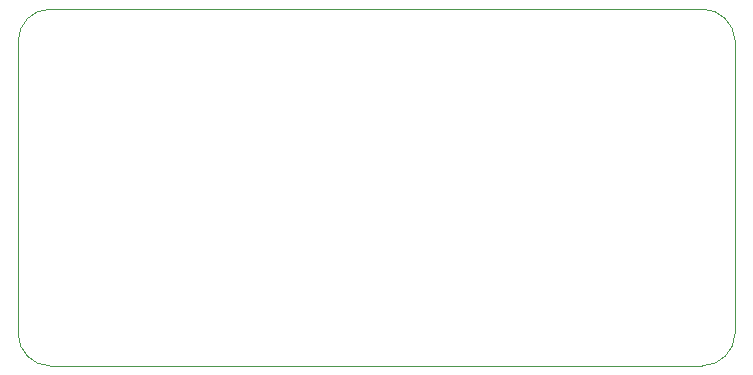
<source format=gm1>
G04 #@! TF.GenerationSoftware,KiCad,Pcbnew,9.0.1*
G04 #@! TF.CreationDate,2025-08-18T16:23:55+05:00*
G04 #@! TF.ProjectId,dc_motor_speed_controller,64635f6d-6f74-46f7-925f-73706565645f,rev?*
G04 #@! TF.SameCoordinates,Original*
G04 #@! TF.FileFunction,Profile,NP*
%FSLAX46Y46*%
G04 Gerber Fmt 4.6, Leading zero omitted, Abs format (unit mm)*
G04 Created by KiCad (PCBNEW 9.0.1) date 2025-08-18 16:23:55*
%MOMM*%
%LPD*%
G01*
G04 APERTURE LIST*
G04 #@! TA.AperFunction,Profile*
%ADD10C,0.050000*%
G04 #@! TD*
G04 APERTURE END LIST*
D10*
X179600000Y-130600000D02*
X124400000Y-130600000D01*
X124400000Y-100400000D02*
X179600000Y-100398215D01*
X179600000Y-100398215D02*
G75*
G02*
X182400000Y-103100000I0J-2801785D01*
G01*
X182400000Y-127800000D02*
G75*
G02*
X179600000Y-130600000I-2800000J0D01*
G01*
X121700000Y-127900000D02*
X121700000Y-103100000D01*
X121700000Y-103100000D02*
G75*
G02*
X124400000Y-100400000I2700000J0D01*
G01*
X182400000Y-103100000D02*
X182400000Y-127800000D01*
X124400000Y-130600000D02*
G75*
G02*
X121700000Y-127900000I0J2700000D01*
G01*
M02*

</source>
